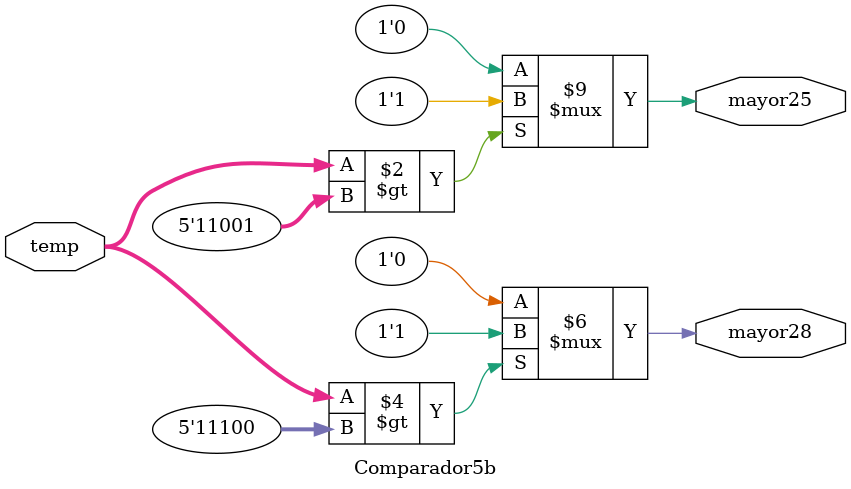
<source format=v>
`timescale 1ns / 1ps
module Comparador5b( input wire [4:0]temp, output reg mayor25,mayor28
    );

//declaracion de señales
//localparam tempcrit= 5'd25;
//localparam tempcrit2= 5'd28;

// cuerpo 
   always @*
      if (temp > 5'd25)
         mayor25 <= 1'b1;
      else
         mayor25 <= 1'b0;
			
	 always @*
      if (temp > 5'd28)
         mayor28 <= 1'b1;
      else
         mayor28 <= 1'b0;
		
endmodule

</source>
